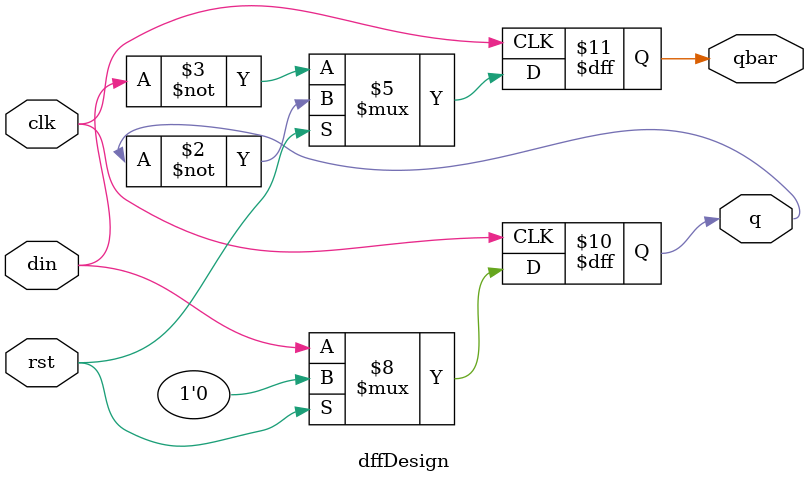
<source format=v>
module dffDesign(input clk, din, rst,
                 output reg q, qbar);
    always @(posedge clk) begin
        if (rst) begin
            q <= 0;
            qbar <= ~q;
        end
        else begin
        q <= din;
        qbar <= ~din;
        end
    end
endmodule
</source>
